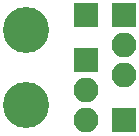
<source format=gbr>
G04 #@! TF.FileFunction,Soldermask,Top*
%FSLAX46Y46*%
G04 Gerber Fmt 4.6, Leading zero omitted, Abs format (unit mm)*
G04 Created by KiCad (PCBNEW 4.0.7) date 10/24/17 17:03:39*
%MOMM*%
%LPD*%
G01*
G04 APERTURE LIST*
%ADD10C,0.100000*%
%ADD11C,3.900120*%
%ADD12R,2.100000X2.100000*%
%ADD13O,2.100000X2.100000*%
G04 APERTURE END LIST*
D10*
D11*
X180340000Y-60325000D03*
D12*
X185420000Y-52705000D03*
X188595000Y-61595000D03*
D11*
X180340000Y-53975000D03*
D12*
X185420000Y-56515000D03*
D13*
X185420000Y-59055000D03*
X185420000Y-61595000D03*
D12*
X188595000Y-52705000D03*
D13*
X188595000Y-55245000D03*
X188595000Y-57785000D03*
M02*

</source>
